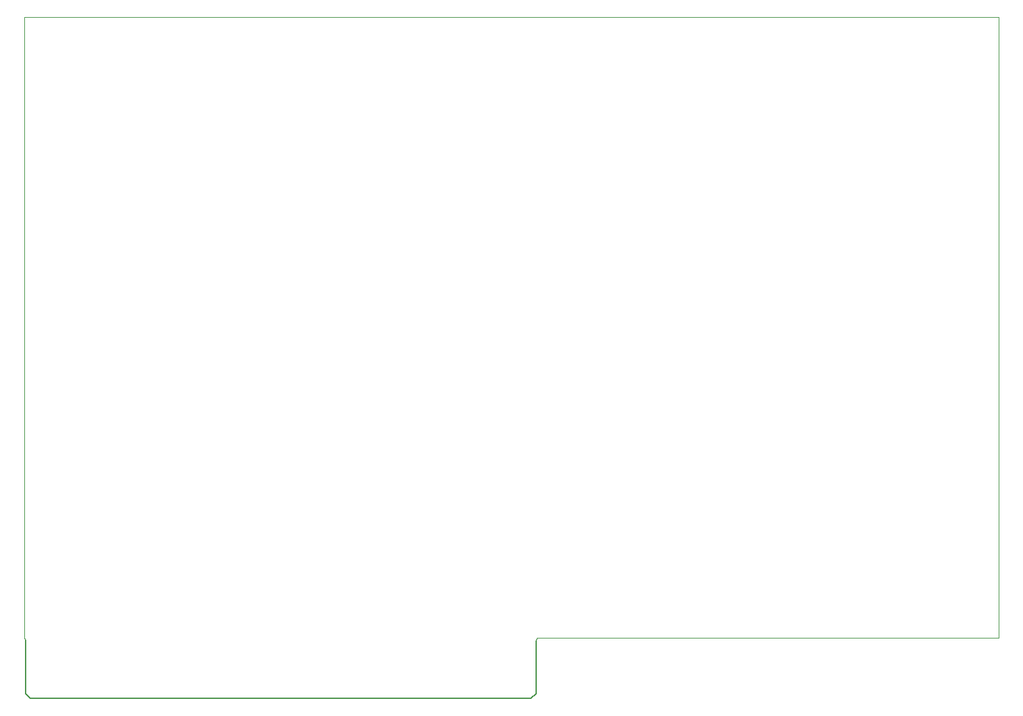
<source format=gbr>
%TF.GenerationSoftware,KiCad,Pcbnew,9.0.5*%
%TF.CreationDate,2025-12-06T10:01:17-08:00*%
%TF.ProjectId,project_byte_hamr,70726f6a-6563-4745-9f62-7974655f6861,rev?*%
%TF.SameCoordinates,Original*%
%TF.FileFunction,Profile,NP*%
%FSLAX46Y46*%
G04 Gerber Fmt 4.6, Leading zero omitted, Abs format (unit mm)*
G04 Created by KiCad (PCBNEW 9.0.5) date 2025-12-06 10:01:17*
%MOMM*%
%LPD*%
G01*
G04 APERTURE LIST*
%TA.AperFunction,Profile*%
%ADD10C,0.050000*%
%TD*%
%TA.AperFunction,Profile*%
%ADD11C,0.150000*%
%TD*%
G04 APERTURE END LIST*
D10*
X49999325Y-130080513D02*
X49999325Y-110080513D01*
X175499325Y-130080513D02*
X175499325Y-50080513D01*
X49999325Y-110080513D02*
X49999325Y-80080513D01*
X49999325Y-50080513D02*
X50499325Y-50080513D01*
X175499325Y-50080513D02*
X50499325Y-50080513D01*
X115912325Y-130405513D02*
X115999325Y-130080513D01*
X49999325Y-80080513D02*
X49999325Y-50080513D01*
X115999325Y-130080513D02*
X175499325Y-130080513D01*
X50126325Y-130405513D02*
X49999325Y-130080513D01*
D11*
%TO.C,J3*%
X50126325Y-137263513D02*
X50126325Y-130405513D01*
X50761325Y-137898513D02*
X50126325Y-137263513D01*
X115277325Y-137898513D02*
X50761325Y-137898513D01*
X115277325Y-137898513D02*
X115912325Y-137263513D01*
X115912325Y-130405513D02*
X115912325Y-137263513D01*
%TD*%
M02*

</source>
